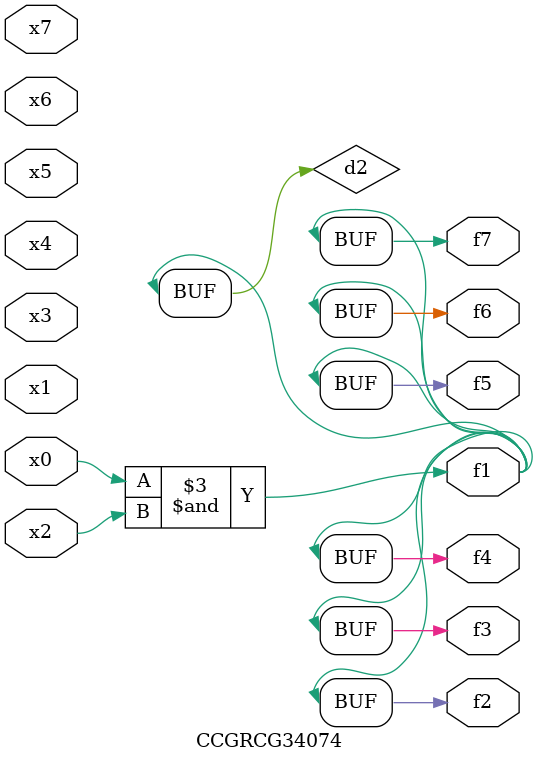
<source format=v>
module CCGRCG34074(
	input x0, x1, x2, x3, x4, x5, x6, x7,
	output f1, f2, f3, f4, f5, f6, f7
);

	wire d1, d2;

	nor (d1, x3, x6);
	and (d2, x0, x2);
	assign f1 = d2;
	assign f2 = d2;
	assign f3 = d2;
	assign f4 = d2;
	assign f5 = d2;
	assign f6 = d2;
	assign f7 = d2;
endmodule

</source>
